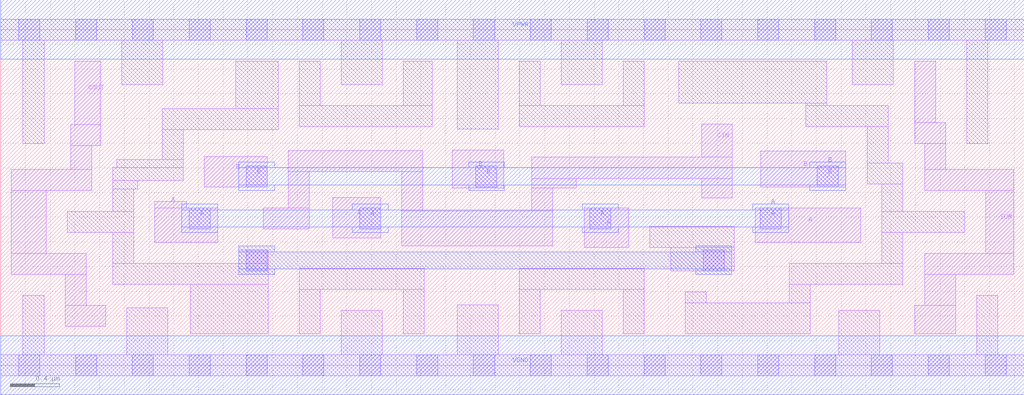
<source format=lef>
# Copyright 2020 The SkyWater PDK Authors
#
# Licensed under the Apache License, Version 2.0 (the "License");
# you may not use this file except in compliance with the License.
# You may obtain a copy of the License at
#
#     https://www.apache.org/licenses/LICENSE-2.0
#
# Unless required by applicable law or agreed to in writing, software
# distributed under the License is distributed on an "AS IS" BASIS,
# WITHOUT WARRANTIES OR CONDITIONS OF ANY KIND, either express or implied.
# See the License for the specific language governing permissions and
# limitations under the License.
#
# SPDX-License-Identifier: Apache-2.0

VERSION 5.7 ;
  NOWIREEXTENSIONATPIN ON ;
  DIVIDERCHAR "/" ;
  BUSBITCHARS "[]" ;
UNITS
  DATABASE MICRONS 200 ;
END UNITS
MACRO sky130_fd_sc_hd__fa_2
  CLASS CORE ;
  FOREIGN sky130_fd_sc_hd__fa_2 ;
  ORIGIN  0.000000  0.000000 ;
  SIZE  8.280000 BY  2.720000 ;
  SYMMETRY X Y R90 ;
  SITE unithd ;
  PIN A
    ANTENNAGATEAREA  0.631500 ;
    DIRECTION INPUT ;
    USE SIGNAL ;
    PORT
      LAYER li1 ;
        RECT 1.245000 0.995000 1.755000 1.275000 ;
        RECT 1.245000 1.275000 1.505000 1.325000 ;
      LAYER mcon ;
        RECT 1.525000 1.105000 1.695000 1.275000 ;
    END
    PORT
      LAYER li1 ;
        RECT 2.685000 1.030000 3.075000 1.360000 ;
      LAYER mcon ;
        RECT 2.905000 1.105000 3.075000 1.275000 ;
    END
    PORT
      LAYER li1 ;
        RECT 4.720000 0.955000 5.080000 1.275000 ;
      LAYER mcon ;
        RECT 4.765000 1.105000 4.935000 1.275000 ;
    END
    PORT
      LAYER li1 ;
        RECT 6.105000 0.995000 6.960000 1.275000 ;
      LAYER mcon ;
        RECT 6.145000 1.105000 6.315000 1.275000 ;
    END
    PORT
      LAYER met1 ;
        RECT 1.465000 1.075000 1.755000 1.120000 ;
        RECT 1.465000 1.120000 6.375000 1.260000 ;
        RECT 1.465000 1.260000 1.755000 1.305000 ;
        RECT 2.845000 1.075000 3.135000 1.120000 ;
        RECT 2.845000 1.260000 3.135000 1.305000 ;
        RECT 4.705000 1.075000 4.995000 1.120000 ;
        RECT 4.705000 1.260000 4.995000 1.305000 ;
        RECT 6.085000 1.075000 6.375000 1.120000 ;
        RECT 6.085000 1.260000 6.375000 1.305000 ;
    END
  END A
  PIN B
    ANTENNAGATEAREA  0.631500 ;
    DIRECTION INPUT ;
    USE SIGNAL ;
    PORT
      LAYER li1 ;
        RECT 1.645000 1.445000 2.155000 1.690000 ;
      LAYER mcon ;
        RECT 1.985000 1.445000 2.155000 1.615000 ;
    END
    PORT
      LAYER li1 ;
        RECT 3.655000 1.435000 4.070000 1.745000 ;
      LAYER mcon ;
        RECT 3.845000 1.445000 4.015000 1.615000 ;
    END
    PORT
      LAYER li1 ;
        RECT 6.150000 1.445000 6.835000 1.735000 ;
      LAYER mcon ;
        RECT 6.605000 1.445000 6.775000 1.615000 ;
    END
    PORT
      LAYER met1 ;
        RECT 1.925000 1.415000 2.215000 1.460000 ;
        RECT 1.925000 1.460000 6.835000 1.600000 ;
        RECT 1.925000 1.600000 2.215000 1.645000 ;
        RECT 3.785000 1.415000 4.075000 1.460000 ;
        RECT 3.785000 1.600000 4.075000 1.645000 ;
        RECT 6.545000 1.415000 6.835000 1.460000 ;
        RECT 6.545000 1.600000 6.835000 1.645000 ;
    END
  END B
  PIN CIN
    ANTENNAGATEAREA  0.475500 ;
    DIRECTION INPUT ;
    USE SIGNAL ;
    PORT
      LAYER li1 ;
        RECT 2.125000 1.105000 2.495000 1.275000 ;
        RECT 2.325000 1.275000 2.495000 1.570000 ;
        RECT 2.325000 1.570000 3.415000 1.740000 ;
        RECT 3.245000 0.965000 4.465000 1.250000 ;
        RECT 3.245000 1.250000 3.415000 1.570000 ;
        RECT 4.295000 1.250000 4.465000 1.435000 ;
        RECT 4.295000 1.435000 4.655000 1.515000 ;
        RECT 4.295000 1.515000 5.920000 1.685000 ;
        RECT 5.670000 1.355000 5.920000 1.515000 ;
        RECT 5.670000 1.685000 5.920000 1.955000 ;
    END
  END CIN
  PIN COUT
    ANTENNADIFFAREA  0.445500 ;
    DIRECTION OUTPUT ;
    USE SIGNAL ;
    PORT
      LAYER li1 ;
        RECT 0.085000 0.735000 0.690000 0.905000 ;
        RECT 0.085000 0.905000 0.370000 1.415000 ;
        RECT 0.085000 1.415000 0.735000 1.585000 ;
        RECT 0.520000 0.315000 0.850000 0.485000 ;
        RECT 0.520000 0.485000 0.690000 0.735000 ;
        RECT 0.565000 1.585000 0.735000 1.780000 ;
        RECT 0.565000 1.780000 0.810000 1.950000 ;
        RECT 0.600000 1.950000 0.810000 2.465000 ;
    END
  END COUT
  PIN SUM
    ANTENNADIFFAREA  0.523500 ;
    DIRECTION OUTPUT ;
    USE SIGNAL ;
    PORT
      LAYER li1 ;
        RECT 7.395000 0.255000 7.725000 0.485000 ;
        RECT 7.395000 1.795000 7.645000 1.965000 ;
        RECT 7.395000 1.965000 7.565000 2.465000 ;
        RECT 7.475000 0.485000 7.725000 0.735000 ;
        RECT 7.475000 0.735000 8.195000 0.905000 ;
        RECT 7.475000 1.415000 8.195000 1.585000 ;
        RECT 7.475000 1.585000 7.645000 1.795000 ;
        RECT 7.970000 0.905000 8.195000 1.415000 ;
    END
  END SUM
  PIN VGND
    DIRECTION INOUT ;
    SHAPE ABUTMENT ;
    USE GROUND ;
    PORT
      LAYER met1 ;
        RECT 0.000000 -0.240000 8.280000 0.240000 ;
    END
  END VGND
  PIN VPWR
    DIRECTION INOUT ;
    SHAPE ABUTMENT ;
    USE POWER ;
    PORT
      LAYER met1 ;
        RECT 0.000000 2.480000 8.280000 2.960000 ;
    END
  END VPWR
  OBS
    LAYER li1 ;
      RECT 0.000000 -0.085000 8.280000 0.085000 ;
      RECT 0.000000  2.635000 8.280000 2.805000 ;
      RECT 0.180000  0.085000 0.350000 0.565000 ;
      RECT 0.180000  1.795000 0.350000 2.635000 ;
      RECT 0.540000  1.075000 1.075000 1.245000 ;
      RECT 0.905000  0.655000 2.165000 0.825000 ;
      RECT 0.905000  0.825000 1.075000 1.075000 ;
      RECT 0.905000  1.245000 1.075000 1.430000 ;
      RECT 0.905000  1.430000 1.110000 1.495000 ;
      RECT 0.905000  1.495000 1.475000 1.600000 ;
      RECT 0.940000  1.600000 1.475000 1.665000 ;
      RECT 0.980000  2.275000 1.310000 2.635000 ;
      RECT 1.020000  0.085000 1.350000 0.465000 ;
      RECT 1.305000  1.665000 1.475000 1.910000 ;
      RECT 1.305000  1.910000 2.245000 2.080000 ;
      RECT 1.535000  0.255000 2.165000 0.655000 ;
      RECT 1.900000  2.080000 2.245000 2.465000 ;
      RECT 1.925000  0.825000 2.165000 0.935000 ;
      RECT 2.415000  0.255000 2.585000 0.615000 ;
      RECT 2.415000  0.615000 3.425000 0.785000 ;
      RECT 2.415000  1.935000 3.490000 2.105000 ;
      RECT 2.415000  2.105000 2.585000 2.465000 ;
      RECT 2.755000  0.085000 3.085000 0.445000 ;
      RECT 2.755000  2.275000 3.085000 2.635000 ;
      RECT 3.255000  0.255000 3.425000 0.615000 ;
      RECT 3.255000  2.105000 3.490000 2.465000 ;
      RECT 3.695000  0.085000 4.025000 0.490000 ;
      RECT 3.695000  1.915000 4.025000 2.635000 ;
      RECT 4.195000  0.255000 4.365000 0.615000 ;
      RECT 4.195000  0.615000 5.205000 0.785000 ;
      RECT 4.195000  1.935000 5.205000 2.105000 ;
      RECT 4.195000  2.105000 4.365000 2.465000 ;
      RECT 4.535000  0.085000 4.865000 0.445000 ;
      RECT 4.535000  2.275000 4.865000 2.635000 ;
      RECT 5.035000  0.255000 5.205000 0.615000 ;
      RECT 5.035000  2.105000 5.205000 2.465000 ;
      RECT 5.250000  0.955000 5.935000 1.125000 ;
      RECT 5.420000  0.765000 5.935000 0.955000 ;
      RECT 5.485000  2.125000 6.685000 2.465000 ;
      RECT 5.540000  0.255000 6.550000 0.505000 ;
      RECT 5.540000  0.505000 5.710000 0.595000 ;
      RECT 6.380000  0.505000 6.550000 0.655000 ;
      RECT 6.380000  0.655000 7.300000 0.825000 ;
      RECT 6.515000  1.935000 7.180000 2.105000 ;
      RECT 6.515000  2.105000 6.685000 2.125000 ;
      RECT 6.780000  0.085000 7.110000 0.445000 ;
      RECT 6.890000  2.275000 7.220000 2.635000 ;
      RECT 7.010000  1.470000 7.300000 1.640000 ;
      RECT 7.010000  1.640000 7.180000 1.935000 ;
      RECT 7.130000  0.825000 7.300000 1.075000 ;
      RECT 7.130000  1.075000 7.800000 1.245000 ;
      RECT 7.130000  1.245000 7.300000 1.470000 ;
      RECT 7.815000  1.795000 7.985000 2.635000 ;
      RECT 7.895000  0.085000 8.065000 0.565000 ;
    LAYER mcon ;
      RECT 0.145000 -0.085000 0.315000 0.085000 ;
      RECT 0.145000  2.635000 0.315000 2.805000 ;
      RECT 0.605000 -0.085000 0.775000 0.085000 ;
      RECT 0.605000  2.635000 0.775000 2.805000 ;
      RECT 1.065000 -0.085000 1.235000 0.085000 ;
      RECT 1.065000  2.635000 1.235000 2.805000 ;
      RECT 1.525000 -0.085000 1.695000 0.085000 ;
      RECT 1.525000  2.635000 1.695000 2.805000 ;
      RECT 1.985000 -0.085000 2.155000 0.085000 ;
      RECT 1.985000  0.765000 2.155000 0.935000 ;
      RECT 1.985000  2.635000 2.155000 2.805000 ;
      RECT 2.445000 -0.085000 2.615000 0.085000 ;
      RECT 2.445000  2.635000 2.615000 2.805000 ;
      RECT 2.905000 -0.085000 3.075000 0.085000 ;
      RECT 2.905000  2.635000 3.075000 2.805000 ;
      RECT 3.365000 -0.085000 3.535000 0.085000 ;
      RECT 3.365000  2.635000 3.535000 2.805000 ;
      RECT 3.825000 -0.085000 3.995000 0.085000 ;
      RECT 3.825000  2.635000 3.995000 2.805000 ;
      RECT 4.285000 -0.085000 4.455000 0.085000 ;
      RECT 4.285000  2.635000 4.455000 2.805000 ;
      RECT 4.745000 -0.085000 4.915000 0.085000 ;
      RECT 4.745000  2.635000 4.915000 2.805000 ;
      RECT 5.205000 -0.085000 5.375000 0.085000 ;
      RECT 5.205000  2.635000 5.375000 2.805000 ;
      RECT 5.665000 -0.085000 5.835000 0.085000 ;
      RECT 5.665000  2.635000 5.835000 2.805000 ;
      RECT 5.685000  0.765000 5.855000 0.935000 ;
      RECT 6.125000 -0.085000 6.295000 0.085000 ;
      RECT 6.125000  2.635000 6.295000 2.805000 ;
      RECT 6.585000 -0.085000 6.755000 0.085000 ;
      RECT 6.585000  2.635000 6.755000 2.805000 ;
      RECT 7.045000 -0.085000 7.215000 0.085000 ;
      RECT 7.045000  2.635000 7.215000 2.805000 ;
      RECT 7.505000 -0.085000 7.675000 0.085000 ;
      RECT 7.505000  2.635000 7.675000 2.805000 ;
      RECT 7.965000 -0.085000 8.135000 0.085000 ;
      RECT 7.965000  2.635000 8.135000 2.805000 ;
    LAYER met1 ;
      RECT 1.925000 0.735000 2.215000 0.780000 ;
      RECT 1.925000 0.780000 5.915000 0.920000 ;
      RECT 1.925000 0.920000 2.215000 0.965000 ;
      RECT 5.625000 0.735000 5.915000 0.780000 ;
      RECT 5.625000 0.920000 5.915000 0.965000 ;
  END
END sky130_fd_sc_hd__fa_2
END LIBRARY

</source>
